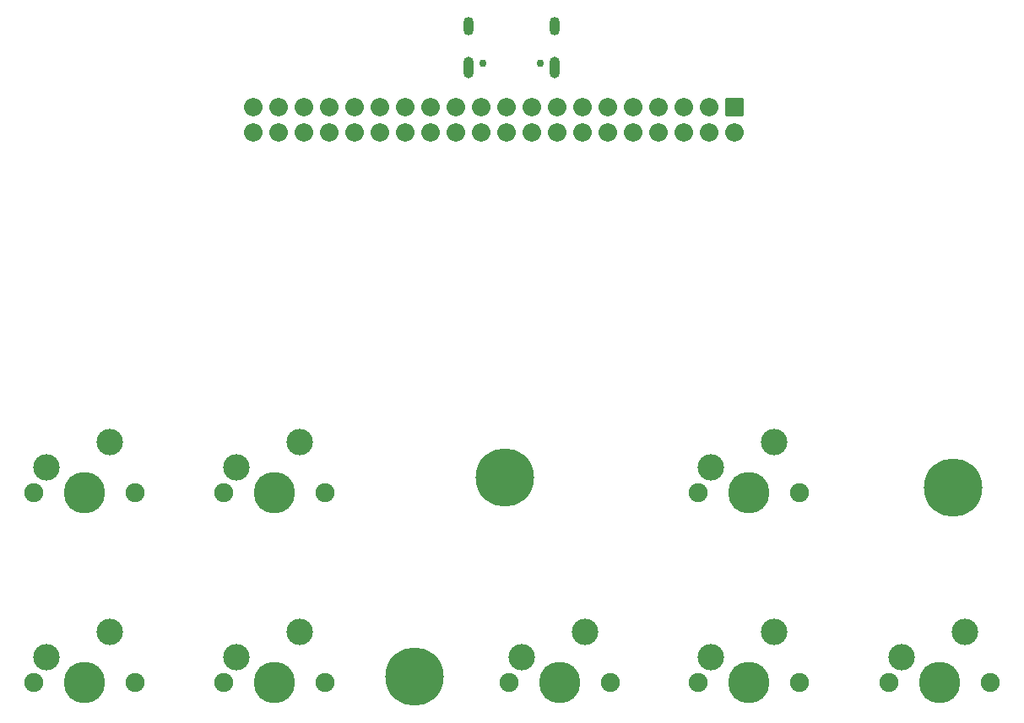
<source format=gbr>
%TF.GenerationSoftware,KiCad,Pcbnew,(6.0.8)*%
%TF.CreationDate,2022-10-08T09:35:05+11:00*%
%TF.ProjectId,KEEBPAD-MK,4b454542-5041-4442-9d4d-4b2e6b696361,1.0.0*%
%TF.SameCoordinates,PX8f0d180PY8f0d180*%
%TF.FileFunction,Soldermask,Bot*%
%TF.FilePolarity,Negative*%
%FSLAX46Y46*%
G04 Gerber Fmt 4.6, Leading zero omitted, Abs format (unit mm)*
G04 Created by KiCad (PCBNEW (6.0.8)) date 2022-10-08 09:35:05*
%MOMM*%
%LPD*%
G01*
G04 APERTURE LIST*
G04 Aperture macros list*
%AMRoundRect*
0 Rectangle with rounded corners*
0 $1 Rounding radius*
0 $2 $3 $4 $5 $6 $7 $8 $9 X,Y pos of 4 corners*
0 Add a 4 corners polygon primitive as box body*
4,1,4,$2,$3,$4,$5,$6,$7,$8,$9,$2,$3,0*
0 Add four circle primitives for the rounded corners*
1,1,$1+$1,$2,$3*
1,1,$1+$1,$4,$5*
1,1,$1+$1,$6,$7*
1,1,$1+$1,$8,$9*
0 Add four rect primitives between the rounded corners*
20,1,$1+$1,$2,$3,$4,$5,0*
20,1,$1+$1,$4,$5,$6,$7,0*
20,1,$1+$1,$6,$7,$8,$9,0*
20,1,$1+$1,$8,$9,$2,$3,0*%
G04 Aperture macros list end*
%ADD10C,1.902400*%
%ADD11C,4.152400*%
%ADD12C,2.652400*%
%ADD13RoundRect,0.076200X-0.850000X0.850000X-0.850000X-0.850000X0.850000X-0.850000X0.850000X0.850000X0*%
%ADD14O,1.852400X1.852400*%
%ADD15C,5.852400*%
%ADD16C,0.752400*%
%ADD17O,1.052400X1.852400*%
%ADD18O,1.052400X2.152400*%
G04 APERTURE END LIST*
D10*
%TO.C,SW4*%
X48680000Y-20585126D03*
D11*
X43600000Y-20585126D03*
D10*
X38520000Y-20585126D03*
D12*
X39790000Y-18045126D03*
X46140000Y-15505126D03*
%TD*%
D13*
%TO.C,B1*%
X23099999Y37125000D03*
D14*
X23099999Y34585000D03*
X20559999Y37125000D03*
X20559999Y34585000D03*
X18019999Y37125000D03*
X18019999Y34585000D03*
X15479999Y37125000D03*
X15479999Y34585000D03*
X12939999Y37125000D03*
X12939999Y34585000D03*
X10399999Y37125000D03*
X10399999Y34585000D03*
X7859999Y37125000D03*
X7859999Y34585000D03*
X5319999Y37125000D03*
X5319999Y34585000D03*
X2779999Y37125000D03*
X2779999Y34585000D03*
X239999Y37125000D03*
X239999Y34585000D03*
X-2300001Y37125000D03*
X-2300001Y34585000D03*
X-4840001Y37125000D03*
X-4840001Y34585000D03*
X-7380001Y37125000D03*
X-7380001Y34585000D03*
X-9920001Y37125000D03*
X-9920001Y34585000D03*
X-12460001Y37125000D03*
X-12460001Y34585000D03*
X-15000001Y37125000D03*
X-15000001Y34585000D03*
X-17540001Y37125000D03*
X-17540001Y34585000D03*
X-20080001Y37125000D03*
X-20080001Y34585000D03*
X-22620001Y37125000D03*
X-22620001Y34585000D03*
X-25160001Y37125000D03*
X-25160001Y34585000D03*
%TD*%
D11*
%TO.C,SW6*%
X24540000Y-1570000D03*
D10*
X19460000Y-1570000D03*
X29620000Y-1570000D03*
D12*
X20730000Y970000D03*
X27080000Y3510000D03*
%TD*%
D10*
%TO.C,SW1*%
X-47200251Y-1554749D03*
X-37040251Y-1554749D03*
D11*
X-42120251Y-1554749D03*
D12*
X-45930251Y985251D03*
X-39580251Y3525251D03*
%TD*%
D10*
%TO.C,SW5*%
X-28180000Y-20600000D03*
X-18020000Y-20600000D03*
D11*
X-23100000Y-20600000D03*
D12*
X-26910000Y-18060000D03*
X-20560000Y-15520000D03*
%TD*%
D11*
%TO.C,SW8*%
X24514875Y-20600000D03*
D10*
X29594875Y-20600000D03*
X19434875Y-20600000D03*
D12*
X20704875Y-18060000D03*
X27054875Y-15520000D03*
%TD*%
D10*
%TO.C,SW7*%
X-47205000Y-20604749D03*
D11*
X-42125000Y-20604749D03*
D10*
X-37045000Y-20604749D03*
D12*
X-45935000Y-18064749D03*
X-39585000Y-15524749D03*
%TD*%
D15*
%TO.C,H1*%
X-9000000Y-20000000D03*
%TD*%
D11*
%TO.C,SW2*%
X5500000Y-20600000D03*
D10*
X10580000Y-20600000D03*
X420000Y-20600000D03*
D12*
X1690000Y-18060000D03*
X8040000Y-15520000D03*
%TD*%
D15*
%TO.C,H2*%
X45000000Y-1000000D03*
%TD*%
D10*
%TO.C,SW3*%
X-18020000Y-1554749D03*
X-28180000Y-1554749D03*
D11*
X-23100000Y-1554749D03*
D12*
X-26910000Y985251D03*
X-20560000Y3525251D03*
%TD*%
D15*
%TO.C,H3*%
X0Y0D03*
%TD*%
D16*
%TO.C,J2*%
X-2190000Y41575000D03*
X3590000Y41575000D03*
D17*
X5020000Y45265000D03*
D18*
X5020000Y41095000D03*
D17*
X-3620000Y45265000D03*
D18*
X-3620000Y41095000D03*
%TD*%
M02*

</source>
